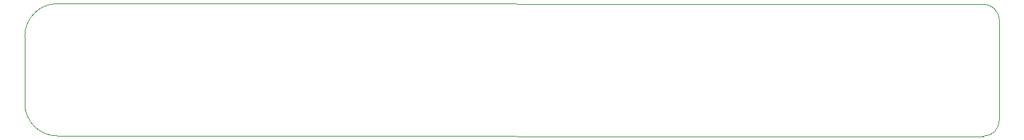
<source format=gbr>
%TF.GenerationSoftware,KiCad,Pcbnew,(7.0.0)*%
%TF.CreationDate,2023-08-09T19:52:53-07:00*%
%TF.ProjectId,8-pots-1-mux,382d706f-7473-42d3-912d-6d75782e6b69,rev?*%
%TF.SameCoordinates,Original*%
%TF.FileFunction,Profile,NP*%
%FSLAX46Y46*%
G04 Gerber Fmt 4.6, Leading zero omitted, Abs format (unit mm)*
G04 Created by KiCad (PCBNEW (7.0.0)) date 2023-08-09 19:52:53*
%MOMM*%
%LPD*%
G01*
G04 APERTURE LIST*
%TA.AperFunction,Profile*%
%ADD10C,0.100000*%
%TD*%
G04 APERTURE END LIST*
D10*
X92900012Y-25626988D02*
X206640000Y-25680000D01*
X88899988Y-37937000D02*
G75*
G03*
X92900012Y-41937012I4000012J0D01*
G01*
X206645786Y-41985786D02*
X92900012Y-41937012D01*
X208640000Y-27680000D02*
G75*
G03*
X206640000Y-25680000I-2000000J0D01*
G01*
X92900012Y-25627000D02*
G75*
G03*
X88900000Y-29627000I-12J-4000000D01*
G01*
X206645786Y-41985786D02*
G75*
G03*
X208645786Y-39985786I14J1999986D01*
G01*
X88900000Y-37937000D02*
X88900000Y-29627000D01*
X208640000Y-27680000D02*
X208645786Y-39985786D01*
M02*

</source>
